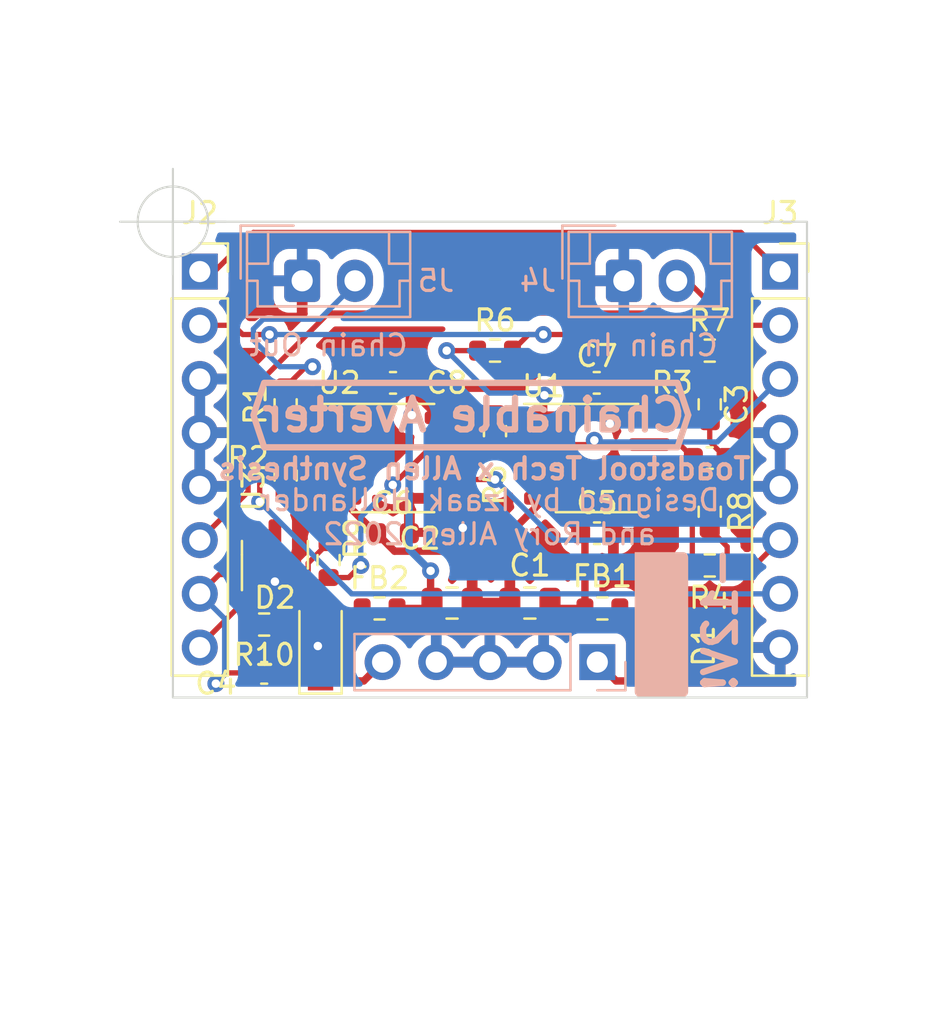
<source format=kicad_pcb>
(kicad_pcb (version 20211014) (generator pcbnew)
  (layers (0 "F.Cu" signal) (31 "B.Cu" signal) (34 "B.Paste" user) (35 "F.Paste" user) (36 "B.SilkS" user "B.Silkscreen") (37 "F.SilkS" user "F.Silkscreen") (38 "B.Mask" user) (39 "F.Mask" user) (44 "Edge.Cuts" user))
  (net 0 "")
  (net 1 "-12V")
  (net 2 "GND")
  (net 3 "+12V")
  (net 4 "Net-(D1-Pad1)")
  (net 5 "Net-(D1-Pad2)")
  (net 6 "Net-(D2-Pad1)")
  (net 7 "Net-(D2-Pad2)")
  (net 8 "Net-(C3-Pad1)")
  (net 9 "Net-(J2-Pad2)")
  (net 10 "Net-(J2-Pad7)")
  (net 11 "Net-(J2-Pad1)")
  (net 12 "Net-(J2-Pad6)")
  (net 13 "Net-(J2-Pad8)")
  (net 14 "Net-(J3-Pad2)")
  (net 15 "Net-(J3-Pad3)")
  (net 16 "Net-(J3-Pad6)")
  (net 17 "Net-(J3-Pad7)")
  (net 18 "Net-(J4-Pad2)")
  (net 19 "Net-(J5-Pad2)")
  (net 20 "Net-(R1-Pad1)")
  (net 21 "Net-(R5-Pad2)")
  (net 22 "Net-(R9-Pad1)")
  (footprint "Resistor_SMD:R_0603_1608Metric" (layer "F.Cu") (at 20.32 18.288 180)
    (fp_text reference "FB1" (at 0 1.524) (layer "F.SilkS"))
    (fp_text value "FerriteBead_Small")
    (fp_line (start -0.237258 0.5225) (end 0.237258 0.5225) (layer "F.SilkS") (width 0.12))
    (fp_line (start -0.237258 -0.5225) (end 0.237258 -0.5225) (layer "F.SilkS") (width 0.12))
    (pad "1" smd roundrect (at -0.825 0 180) (size 0.8 0.95) (layers "F.Cu" "F.Paste" "F.Mask") (net 4 "Net-(D1-Pad1)"))
    (pad "2" smd roundrect (at 0.825 0 180) (size 0.8 0.95) (layers "F.Cu" "F.Paste" "F.Mask") (net 1 "-12V"))
  )
  (footprint "Resistor_SMD:R_0603_1608Metric" (layer "F.Cu") (at 4.318 19.05 180)
    (fp_text reference "R10" (at 0 -1.43) (layer "F.SilkS"))
    (fp_text value "3.3K")
    (fp_line (start -0.237258 -0.5225) (end 0.237258 -0.5225) (layer "F.SilkS") (width 0.12))
    (fp_line (start -0.237258 0.5225) (end 0.237258 0.5225) (layer "F.SilkS") (width 0.12))
    (pad "1" smd roundrect (at -0.825 0 180) (size 0.8 0.95) (layers "F.Cu" "F.Paste" "F.Mask") (net 3 "+12V"))
    (pad "2" smd roundrect (at 0.825 0 180) (size 0.8 0.95) (layers "F.Cu" "F.Paste" "F.Mask") (net 10 "Net-(J2-Pad7)"))
  )
  (footprint "Diode_SMD:D_SOD-123" (layer "F.Cu") (at 6.985 20.066 90)
    (fp_text reference "D2" (at 2.286 -2.159 180) (layer "F.SilkS"))
    (fp_text value "1N5817")
    (fp_line (start -2.25 -1) (end -2.25 1) (layer "F.SilkS") (width 0.12))
    (fp_line (start -2.25 1) (end 1.65 1) (layer "F.SilkS") (width 0.12))
    (fp_line (start -2.25 -1) (end 1.65 -1) (layer "F.SilkS") (width 0.12))
    (pad "1" smd rect (at -1.65 0 90) (size 0.9 1.2) (layers "F.Cu" "F.Paste" "F.Mask") (net 6 "Net-(D2-Pad1)"))
    (pad "2" smd rect (at 1.65 0 90) (size 0.9 1.2) (layers "F.Cu" "F.Paste" "F.Mask") (net 7 "Net-(D2-Pad2)"))
  )
  (footprint "Capacitor_SMD:C_0805_2012Metric" (layer "F.Cu") (at 16.891 18.034 180)
    (fp_text reference "C1" (at 0 1.778) (layer "F.SilkS"))
    (fp_text value "10uF")
    (fp_line (start -0.261252 -0.735) (end 0.261252 -0.735) (layer "F.SilkS") (width 0.12))
    (fp_line (start -0.261252 0.735) (end 0.261252 0.735) (layer "F.SilkS") (width 0.12))
    (pad "1" smd roundrect (at -0.95 0 180) (size 1 1.45) (layers "F.Cu" "F.Paste" "F.Mask") (net 1 "-12V"))
    (pad "2" smd roundrect (at 0.95 0 180) (size 1 1.45) (layers "F.Cu" "F.Paste" "F.Mask") (net 2 "GND"))
  )
  (footprint "Resistor_SMD:R_0603_1608Metric" (layer "F.Cu") (at 5.334 12.001 -90)
    (fp_text reference "R2" (at -0.825 1.778 180) (layer "F.SilkS"))
    (fp_text value "100K")
    (fp_line (start -0.237258 -0.5225) (end 0.237258 -0.5225) (layer "F.SilkS") (width 0.12))
    (fp_line (start -0.237258 0.5225) (end 0.237258 0.5225) (layer "F.SilkS") (width 0.12))
    (pad "1" smd roundrect (at -0.825 0 270) (size 0.8 0.95) (layers "F.Cu" "F.Paste" "F.Mask") (net 17 "Net-(J3-Pad7)"))
    (pad "2" smd roundrect (at 0.825 0 270) (size 0.8 0.95) (layers "F.Cu" "F.Paste" "F.Mask") (net 20 "Net-(R1-Pad1)"))
  )
  (footprint "Capacitor_SMD:C_0603_1608Metric" (layer "F.Cu") (at 4.318 21.336 180)
    (fp_text reference "C4" (at 2.286 -0.508) (layer "F.SilkS"))
    (fp_text value "100n")
    (fp_line (start -0.14058 -0.51) (end 0.14058 -0.51) (layer "F.SilkS") (width 0.12))
    (fp_line (start -0.14058 0.51) (end 0.14058 0.51) (layer "F.SilkS") (width 0.12))
    (pad "1" smd roundrect (at -0.775 0 180) (size 0.9 0.95) (layers "F.Cu" "F.Paste" "F.Mask") (net 2 "GND"))
    (pad "2" smd roundrect (at 0.775 0 180) (size 0.9 0.95) (layers "F.Cu" "F.Paste" "F.Mask") (net 10 "Net-(J2-Pad7)"))
  )
  (footprint "Resistor_SMD:R_0603_1608Metric" (layer "F.Cu") (at 25.4 13.716 -90)
    (fp_text reference "R8" (at 0 -1.43 90) (layer "F.SilkS"))
    (fp_text value "1K")
    (fp_line (start -0.237258 -0.5225) (end 0.237258 -0.5225) (layer "F.SilkS") (width 0.12))
    (fp_line (start -0.237258 0.5225) (end 0.237258 0.5225) (layer "F.SilkS") (width 0.12))
    (pad "1" smd roundrect (at -0.825 0 270) (size 0.8 0.95) (layers "F.Cu" "F.Paste" "F.Mask") (net 8 "Net-(C3-Pad1)"))
    (pad "2" smd roundrect (at 0.825 0 270) (size 0.8 0.95) (layers "F.Cu" "F.Paste" "F.Mask") (net 16 "Net-(J3-Pad6)"))
  )
  (footprint "Resistor_SMD:R_0603_1608Metric" (layer "F.Cu") (at 25.4 6.096)
    (fp_text reference "R7" (at 0 -1.43) (layer "F.SilkS"))
    (fp_text value "100K")
    (fp_line (start -0.237258 -0.5225) (end 0.237258 -0.5225) (layer "F.SilkS") (width 0.12))
    (fp_line (start -0.237258 0.5225) (end 0.237258 0.5225) (layer "F.SilkS") (width 0.12))
    (pad "1" smd roundrect (at -0.825 0) (size 0.8 0.95) (layers "F.Cu" "F.Paste" "F.Mask") (net 12 "Net-(J2-Pad6)"))
    (pad "2" smd roundrect (at 0.825 0) (size 0.8 0.95) (layers "F.Cu" "F.Paste" "F.Mask") (net 14 "Net-(J3-Pad2)"))
  )
  (footprint "Package_TO_SOT_SMD:SOT-23" (layer "F.Cu") (at 4.826 15.748 90)
    (fp_text reference "U3" (at 3.048 -1.016 90) (layer "F.SilkS"))
    (fp_text value "LM4040DBZ-5")
    (fp_line (start 0 1.56) (end 0.65 1.56) (layer "F.SilkS") (width 0.12))
    (fp_line (start 0 -1.56) (end 0.65 -1.56) (layer "F.SilkS") (width 0.12))
    (fp_line (start 0 -1.56) (end -1.675 -1.56) (layer "F.SilkS") (width 0.12))
    (fp_line (start 0 1.56) (end -0.65 1.56) (layer "F.SilkS") (width 0.12))
    (pad "1" smd roundrect (at -0.9375 -0.95 90) (size 1.475 0.6) (layers "F.Cu" "F.Paste" "F.Mask") (net 10 "Net-(J2-Pad7)"))
    (pad "2" smd roundrect (at -0.9375 0.95 90) (size 1.475 0.6) (layers "F.Cu" "F.Paste" "F.Mask") (net 2 "GND"))
    (pad "3" smd roundrect (at 0.9375 0 90) (size 1.475 0.6) (layers "F.Cu" "F.Paste" "F.Mask"))
  )
  (footprint "Capacitor_SMD:C_0603_1608Metric" (layer "F.Cu") (at 25.4 11.176)
    (fp_text reference "C3" (at 1.27 -2.54 90) (layer "F.SilkS"))
    (fp_text value "22p")
    (fp_line (start -0.14058 0.51) (end 0.14058 0.51) (layer "F.SilkS") (width 0.12))
    (fp_line (start -0.14058 -0.51) (end 0.14058 -0.51) (layer "F.SilkS") (width 0.12))
    (pad "1" smd roundrect (at -0.775 0) (size 0.9 0.95) (layers "F.Cu" "F.Paste" "F.Mask") (net 8 "Net-(C3-Pad1)"))
    (pad "2" smd roundrect (at 0.775 0) (size 0.9 0.95) (layers "F.Cu" "F.Paste" "F.Mask") (net 9 "Net-(J2-Pad2)"))
  )
  (footprint "Package_SO:SOIC-8_3.9x4.9mm_P1.27mm" (layer "F.Cu") (at 10.414 11.176)
    (fp_text reference "U2" (at -2.54 -3.556) (layer "F.SilkS"))
    (fp_text value "TL072")
    (fp_line (start 0 -2.56) (end -3.45 -2.56) (layer "F.SilkS") (width 0.12))
    (fp_line (start 0 2.56) (end -1.95 2.56) (layer "F.SilkS") (width 0.12))
    (fp_line (start 0 -2.56) (end 1.95 -2.56) (layer "F.SilkS") (width 0.12))
    (fp_line (start 0 2.56) (end 1.95 2.56) (layer "F.SilkS") (width 0.12))
    (pad "1" smd roundrect (at -2.475 -1.905) (size 1.95 0.6) (layers "F.Cu" "F.Paste" "F.Mask") (net 19 "Net-(J5-Pad2)"))
    (pad "2" smd roundrect (at -2.475 -0.635) (size 1.95 0.6) (layers "F.Cu" "F.Paste" "F.Mask") (net 20 "Net-(R1-Pad1)"))
    (pad "3" smd roundrect (at -2.475 0.635) (size 1.95 0.6) (layers "F.Cu" "F.Paste" "F.Mask") (net 2 "GND"))
    (pad "4" smd roundrect (at -2.475 1.905) (size 1.95 0.6) (layers "F.Cu" "F.Paste" "F.Mask") (net 1 "-12V"))
    (pad "5" smd roundrect (at 2.475 1.905) (size 1.95 0.6) (layers "F.Cu" "F.Paste" "F.Mask") (net 2 "GND"))
    (pad "6" smd roundrect (at 2.475 0.635) (size 1.95 0.6) (layers "F.Cu" "F.Paste" "F.Mask") (net 16 "Net-(J3-Pad6)"))
    (pad "7" smd roundrect (at 2.475 -0.635) (size 1.95 0.6) (layers "F.Cu" "F.Paste" "F.Mask") (net 22 "Net-(R9-Pad1)"))
    (pad "8" smd roundrect (at 2.475 -1.905) (size 1.95 0.6) (layers "F.Cu" "F.Paste" "F.Mask") (net 3 "+12V"))
  )
  (footprint "Resistor_SMD:R_0603_1608Metric" (layer "F.Cu") (at 9.779 18.288)
    (fp_text reference "FB2" (at 0 -1.43) (layer "F.SilkS"))
    (fp_text value "FerriteBead_Small")
    (fp_line (start -0.237258 0.5225) (end 0.237258 0.5225) (layer "F.SilkS") (width 0.12))
    (fp_line (start -0.237258 -0.5225) (end 0.237258 -0.5225) (layer "F.SilkS") (width 0.12))
    (pad "1" smd roundrect (at -0.825 0) (size 0.8 0.95) (layers "F.Cu" "F.Paste" "F.Mask") (net 7 "Net-(D2-Pad2)"))
    (pad "2" smd roundrect (at 0.825 0) (size 0.8 0.95) (layers "F.Cu" "F.Paste" "F.Mask") (net 3 "+12V"))
  )
  (footprint "Diode_SMD:D_SOD-123" (layer "F.Cu") (at 23.114 20.066 -90)
    (fp_text reference "D1" (at 0 -2 90) (layer "F.SilkS"))
    (fp_text value "1N5817")
    (fp_line (start -2.25 -1) (end 1.65 -1) (layer "F.SilkS") (width 0.12))
    (fp_line (start -2.25 1) (end 1.65 1) (layer "F.SilkS") (width 0.12))
    (fp_line (start -2.25 -1) (end -2.25 1) (layer "F.SilkS") (width 0.12))
    (pad "1" smd rect (at -1.65 0 270) (size 0.9 1.2) (layers "F.Cu" "F.Paste" "F.Mask") (net 4 "Net-(D1-Pad1)"))
    (pad "2" smd rect (at 1.65 0 270) (size 0.9 1.2) (layers "F.Cu" "F.Paste" "F.Mask") (net 5 "Net-(D1-Pad2)"))
  )
  (footprint "Capacitor_SMD:C_0805_2012Metric" (layer "F.Cu") (at 13.208 18.034 180)
    (fp_text reference "C2" (at 1.524 3.048) (layer "F.SilkS"))
    (fp_text value "10uF")
    (fp_line (start -0.261252 0.735) (end 0.261252 0.735) (layer "F.SilkS") (width 0.12))
    (fp_line (start -0.261252 -0.735) (end 0.261252 -0.735) (layer "F.SilkS") (width 0.12))
    (pad "1" smd roundrect (at -0.95 0 180) (size 1 1.45) (layers "F.Cu" "F.Paste" "F.Mask") (net 2 "GND"))
    (pad "2" smd roundrect (at 0.95 0 180) (size 1 1.45) (layers "F.Cu" "F.Paste" "F.Mask") (net 3 "+12V"))
  )
  (footprint "Resistor_SMD:R_0603_1608Metric" (layer "F.Cu") (at 5.334 8.636 90)
    (fp_text reference "R1" (at 0 -1.43 90) (layer "F.SilkS"))
    (fp_text value "100K")
    (fp_line (start -0.237258 0.5225) (end 0.237258 0.5225) (layer "F.SilkS") (width 0.12))
    (fp_line (start -0.237258 -0.5225) (end 0.237258 -0.5225) (layer "F.SilkS") (width 0.12))
    (pad "1" smd roundrect (at -0.825 0 90) (size 0.8 0.95) (layers "F.Cu" "F.Paste" "F.Mask") (net 20 "Net-(R1-Pad1)"))
    (pad "2" smd roundrect (at 0.825 0 90) (size 0.8 0.95) (layers "F.Cu" "F.Paste" "F.Mask") (net 19 "Net-(J5-Pad2)"))
  )
  (footprint "Resistor_SMD:R_0603_1608Metric" (layer "F.Cu") (at 15.24 9.906 90)
    (fp_text reference "R5" (at -2.54 0 90) (layer "F.SilkS"))
    (fp_text value "100K")
    (fp_line (start -0.237258 -0.5225) (end 0.237258 -0.5225) (layer "F.SilkS") (width 0.12))
    (fp_line (start -0.237258 0.5225) (end 0.237258 0.5225) (layer "F.SilkS") (width 0.12))
    (pad "1" smd roundrect (at -0.825 0 90) (size 0.8 0.95) (layers "F.Cu" "F.Paste" "F.Mask") (net 15 "Net-(J3-Pad3)"))
    (pad "2" smd roundrect (at 0.825 0 90) (size 0.8 0.95) (layers "F.Cu" "F.Paste" "F.Mask") (net 21 "Net-(R5-Pad2)"))
  )
  (footprint "Resistor_SMD:R_0603_1608Metric" (layer "F.Cu") (at 25.4 8.636 -90)
    (fp_text reference "R3" (at -1.016 1.778 180) (layer "F.SilkS"))
    (fp_text value "100K")
    (fp_line (start -0.237258 -0.5225) (end 0.237258 -0.5225) (layer "F.SilkS") (width 0.12))
    (fp_line (start -0.237258 0.5225) (end 0.237258 0.5225) (layer "F.SilkS") (width 0.12))
    (pad "1" smd roundrect (at -0.825 0 270) (size 0.8 0.95) (layers "F.Cu" "F.Paste" "F.Mask") (net 18 "Net-(J4-Pad2)"))
    (pad "2" smd roundrect (at 0.825 0 270) (size 0.8 0.95) (layers "F.Cu" "F.Paste" "F.Mask") (net 9 "Net-(J2-Pad2)"))
  )
  (footprint "Capacitor_SMD:C_0603_1608Metric" (layer "F.Cu") (at 10.414 7.62 180)
    (fp_text reference "C8" (at -2.54 0) (layer "F.SilkS"))
    (fp_text value "100n")
    (fp_line (start -0.14058 0.51) (end 0.14058 0.51) (layer "F.SilkS") (width 0.12))
    (fp_line (start -0.14058 -0.51) (end 0.14058 -0.51) (layer "F.SilkS") (width 0.12))
    (pad "1" smd roundrect (at -0.775 0 180) (size 0.9 0.95) (layers "F.Cu" "F.Paste" "F.Mask") (net 3 "+12V"))
    (pad "2" smd roundrect (at 0.775 0 180) (size 0.9 0.95) (layers "F.Cu" "F.Paste" "F.Mask") (net 2 "GND"))
  )
  (footprint "Resistor_SMD:R_0603_1608Metric" (layer "F.Cu") (at 15.24 6.096)
    (fp_text reference "R6" (at 0 -1.43) (layer "F.SilkS"))
    (fp_text value "100K")
    (fp_line (start -0.237258 -0.5225) (end 0.237258 -0.5225) (layer "F.SilkS") (width 0.12))
    (fp_line (start -0.237258 0.5225) (end 0.237258 0.5225) (layer "F.SilkS") (width 0.12))
    (pad "1" smd roundrect (at -0.825 0) (size 0.8 0.95) (layers "F.Cu" "F.Paste" "F.Mask") (net 21 "Net-(R5-Pad2)"))
    (pad "2" smd roundrect (at 0.825 0) (size 0.8 0.95) (layers "F.Cu" "F.Paste" "F.Mask") (net 9 "Net-(J2-Pad2)"))
  )
  (footprint "Connector_PinSocket_2.54mm:PinSocket_1x08_P2.54mm_Vertical" (layer "F.Cu") (at 28.73 2.3578)
    (fp_text reference "J3" (at 0 -2.77) (layer "F.SilkS"))
    (fp_text value "Conn_01x08_Female")
    (fp_line (start 1.33 -1.33) (end 1.33 0) (layer "F.SilkS") (width 0.12))
    (fp_line (start -1.33 19.11) (end 1.33 19.11) (layer "F.SilkS") (width 0.12))
    (fp_line (start 1.33 1.27) (end 1.33 19.11) (layer "F.SilkS") (width 0.12))
    (fp_line (start 0 -1.33) (end 1.33 -1.33) (layer "F.SilkS") (width 0.12))
    (fp_line (start -1.33 1.27) (end -1.33 19.11) (layer "F.SilkS") (width 0.12))
    (fp_line (start -1.33 1.27) (end 1.33 1.27) (layer "F.SilkS") (width 0.12))
    (pad "1" thru_hole rect (at 0 0) (size 1.7 1.7) (drill 1) (layers *.Cu *.Mask) (net 11 "Net-(J2-Pad1)"))
    (pad "2" thru_hole oval (at 0 2.54) (size 1.7 1.7) (drill 1) (layers *.Cu *.Mask) (net 14 "Net-(J3-Pad2)"))
    (pad "3" thru_hole oval (at 0 5.08) (size 1.7 1.7) (drill 1) (layers *.Cu *.Mask) (net 15 "Net-(J3-Pad3)"))
    (pad "4" thru_hole oval (at 0 7.62) (size 1.7 1.7) (drill 1) (layers *.Cu *.Mask) (net 2 "GND"))
    (pad "5" thru_hole oval (at 0 10.16) (size 1.7 1.7) (drill 1) (layers *.Cu *.Mask) (net 2 "GND"))
    (pad "6" thru_hole oval (at 0 12.7) (size 1.7 1.7) (drill 1) (layers *.Cu *.Mask) (net 16 "Net-(J3-Pad6)"))
    (pad "7" thru_hole oval (at 0 15.24) (size 1.7 1.7) (drill 1) (layers *.Cu *.Mask) (net 17 "Net-(J3-Pad7)"))
    (pad "8" thru_hole oval (at 0 17.78) (size 1.7 1.7) (drill 1) (layers *.Cu *.Mask) (net 2 "GND"))
  )
  (footprint "Resistor_SMD:R_0603_1608Metric" (layer "F.Cu") (at 7.366 16.002 90)
    (fp_text reference "R9" (at 1.016 1.27 90) (layer "F.SilkS"))
    (fp_text value "2k")
    (fp_line (start -0.237258 0.5225) (end 0.237258 0.5225) (layer "F.SilkS") (width 0.12))
    (fp_line (start -0.237258 -0.5225) (end 0.237258 -0.5225) (layer "F.SilkS") (width 0.12))
    (pad "1" smd roundrect (at -0.825 0 90) (size 0.8 0.95) (layers "F.Cu" "F.Paste" "F.Mask") (net 22 "Net-(R9-Pad1)"))
    (pad "2" smd roundrect (at 0.825 0 90) (size 0.8 0.95) (layers "F.Cu" "F.Paste" "F.Mask") (net 13 "Net-(J2-Pad8)"))
  )
  (footprint "Capacitor_SMD:C_0603_1608Metric" (layer "F.Cu") (at 10.414 14.732)
    (fp_text reference "C6" (at 0 -1.43) (layer "F.SilkS"))
    (fp_text value "100n")
    (fp_line (start -0.14058 0.51) (end 0.14058 0.51) (layer "F.SilkS") (width 0.12))
    (fp_line (start -0.14058 -0.51) (end 0.14058 -0.51) (layer "F.SilkS") (width 0.12))
    (pad "1" smd roundrect (at -0.775 0) (size 0.9 0.95) (layers "F.Cu" "F.Paste" "F.Mask") (net 1 "-12V"))
    (pad "2" smd roundrect (at 0.775 0) (size 0.9 0.95) (layers "F.Cu" "F.Paste" "F.Mask") (net 2 "GND"))
  )
  (footprint "Package_SO:SOIC-8_3.9x4.9mm_P1.27mm" (layer "F.Cu") (at 20.066 11.176)
    (fp_text reference "U1" (at -2.54 -3.4) (layer "F.SilkS"))
    (fp_text value "TL072")
    (fp_line (start 0 2.56) (end -1.95 2.56) (layer "F.SilkS") (width 0.12))
    (fp_line (start 0 2.56) (end 1.95 2.56) (layer "F.SilkS") (width 0.12))
    (fp_line (start 0 -2.56) (end -3.45 -2.56) (layer "F.SilkS") (width 0.12))
    (fp_line (start 0 -2.56) (end 1.95 -2.56) (layer "F.SilkS") (width 0.12))
    (pad "1" smd roundrect (at -2.475 -1.905) (size 1.95 0.6) (layers "F.Cu" "F.Paste" "F.Mask") (net 21 "Net-(R5-Pad2)"))
    (pad "2" smd roundrect (at -2.475 -0.635) (size 1.95 0.6) (layers "F.Cu" "F.Paste" "F.Mask") (net 15 "Net-(J3-Pad3)"))
    (pad "3" smd roundrect (at -2.475 0.635) (size 1.95 0.6) (layers "F.Cu" "F.Paste" "F.Mask") (net 2 "GND"))
    (pad "4" smd roundrect (at -2.475 1.905) (size 1.95 0.6) (layers "F.Cu" "F.Paste" "F.Mask") (net 1 "-12V"))
    (pad "5" smd roundrect (at 2.475 1.905) (size 1.95 0.6) (layers "F.Cu" "F.Paste" "F.Mask") (net 2 "GND"))
    (pad "6" smd roundrect (at 2.475 0.635) (size 1.95 0.6) (layers "F.Cu" "F.Paste" "F.Mask") (net 9 "Net-(J2-Pad2)"))
    (pad "7" smd roundrect (at 2.475 -0.635) (size 1.95 0.6) (layers "F.Cu" "F.Paste" "F.Mask") (net 8 "Net-(C3-Pad1)"))
    (pad "8" smd roundrect (at 2.475 -1.905) (size 1.95 0.6) (layers "F.Cu" "F.Paste" "F.Mask") (net 3 "+12V"))
  )
  (footprint "Capacitor_SMD:C_0603_1608Metric" (layer "F.Cu") (at 20.053 7.62 180)
    (fp_text reference "C7" (at -0.013 1.27) (layer "F.SilkS"))
    (fp_text value "100n")
    (fp_line (start -0.14058 -0.51) (end 0.14058 -0.51) (layer "F.SilkS") (width 0.12))
    (fp_line (start -0.14058 0.51) (end 0.14058 0.51) (layer "F.SilkS") (width 0.12))
    (pad "1" smd roundrect (at -0.775 0 180) (size 0.9 0.95) (layers "F.Cu" "F.Paste" "F.Mask") (net 3 "+12V"))
    (pad "2" smd roundrect (at 0.775 0 180) (size 0.9 0.95) (layers "F.Cu" "F.Paste" "F.Mask") (net 2 "GND"))
  )
  (footprint "Resistor_SMD:R_0603_1608Metric" (layer "F.Cu") (at 25.4 16.256)
    (fp_text reference "R4" (at 0 1.524) (layer "F.SilkS"))
    (fp_text value "100K")
    (fp_line (start -0.237258 -0.5225) (end 0.237258 -0.5225) (layer "F.SilkS") (width 0.12))
    (fp_line (start -0.237258 0.5225) (end 0.237258 0.5225) (layer "F.SilkS") (width 0.12))
    (pad "1" smd roundrect (at -0.825 0) (size 0.8 0.95) (layers "F.Cu" "F.Paste" "F.Mask") (net 9 "Net-(J2-Pad2)"))
    (pad "2" smd roundrect (at 0.825 0) (size 0.8 0.95) (layers "F.Cu" "F.Paste" "F.Mask") (net 16 "Net-(J3-Pad6)"))
  )
  (footprint "Connector_PinSocket_2.54mm:PinSocket_1x08_P2.54mm_Vertical" (layer "F.Cu") (at 1.2726 2.3578)
    (fp_text reference "J2" (at 0 -2.77) (layer "F.SilkS"))
    (fp_text value "Conn_01x08_Female")
    (fp_line (start 1.33 -1.33) (end 1.33 0) (layer "F.SilkS") (width 0.12))
    (fp_line (start -1.33 1.27) (end -1.33 19.11) (layer "F.SilkS") (width 0.12))
    (fp_line (start -1.33 19.11) (end 1.33 19.11) (layer "F.SilkS") (width 0.12))
    (fp_line (start 0 -1.33) (end 1.33 -1.33) (layer "F.SilkS") (width 0.12))
    (fp_line (start 1.33 1.27) (end 1.33 19.11) (layer "F.SilkS") (width 0.12))
    (fp_line (start -1.33 1.27) (end 1.33 1.27) (layer "F.SilkS") (width 0.12))
    (pad "1" thru_hole rect (at 0 0) (size 1.7 1.7) (drill 1) (layers *.Cu *.Mask) (net 11 "Net-(J2-Pad1)"))
    (pad "2" thru_hole oval (at 0 2.54) (size 1.7 1.7) (drill 1) (layers *.Cu *.Mask) (net 9 "Net-(J2-Pad2)"))
    (pad "3" thru_hole oval (at 0 5.08) (size 1.7 1.7) (drill 1) (layers *.Cu *.Mask) (net 2 "GND"))
    (pad "4" thru_hole oval (at 0 7.62) (size 1.7 1.7) (drill 1) (layers *.Cu *.Mask) (net 2 "GND"))
    (pad "5" thru_hole oval (at 0 10.16) (size 1.7 1.7) (drill 1) (layers *.Cu *.Mask) (net 2 "GND"))
    (pad "6" thru_hole oval (at 0 12.7) (size 1.7 1.7) (drill 1) (layers *.Cu *.Mask) (net 12 "Net-(J2-Pad6)"))
    (pad "7" thru_hole oval (at 0 15.24) (size 1.7 1.7) (drill 1) (layers *.Cu *.Mask) (net 10 "Net-(J2-Pad7)"))
    (pad "8" thru_hole oval (at 0 17.78) (size 1.7 1.7) (drill 1) (layers *.Cu *.Mask) (net 13 "Net-(J2-Pad8)"))
  )
  (footprint "Capacitor_SMD:C_0603_1608Metric" (layer "F.Cu") (at 20.066 14.732)
    (fp_text reference "C5" (at 0 -1.43) (layer "F.SilkS"))
    (fp_text value "100n")
    (fp_line (start -0.14058 -0.51) (end 0.14058 -0.51) (layer "F.SilkS") (width 0.12))
    (fp_line (start -0.14058 0.51) (end 0.14058 0.51) (layer "F.SilkS") (width 0.12))
    (pad "1" smd roundrect (at -0.775 0) (size 0.9 0.95) (layers "F.Cu" "F.Paste" "F.Mask") (net 1 "-12V"))
    (pad "2" smd roundrect (at 0.775 0) (size 0.9 0.95) (layers "F.Cu" "F.Paste" "F.Mask") (net 2 "GND"))
  )
  (footprint "Connector_PinHeader_2.54mm:PinHeader_1x05_P2.54mm_Vertical" (layer "B.Cu") (at 20.08 20.828 90)
    (fp_text reference "J1")
    (fp_text value "Conn_01x05_Male")
    (fp_line (start 1.33 -1.27) (end 1.33 -11.49) (layer "B.SilkS") (width 0.12))
    (fp_line (start -1.33 -1.27) (end -1.33 -11.49) (layer "B.SilkS") (width 0.12))
    (fp_line (start -1.33 1.33) (end 0 1.33) (layer "B.SilkS") (width 0.12))
    (fp_line (start -1.33 -1.27) (end 1.33 -1.27) (layer "B.SilkS") (width 0.12))
    (fp_line (start -1.33 -11.49) (end 1.33 -11.49) (layer "B.SilkS") (width 0.12))
    (fp_line (start -1.33 0) (end -1.33 1.33) (layer "B.SilkS") (width 0.12))
    (pad "1" thru_hole rect (at 0 0 90) (size 1.7 1.7) (drill 1) (layers *.Cu *.Mask) (net 5 "Net-(D1-Pad2)"))
    (pad "2" thru_hole oval (at 0 -2.54 90) (size 1.7 1.7) (drill 1) (layers *.Cu *.Mask) (net 2 "GND"))
    (pad "3" thru_hole oval (at 0 -5.08 90) (size 1.7 1.7) (drill 1) (layers *.Cu *.Mask) (net 2 "GND"))
    (pad "4" thru_hole oval (at 0 -7.62 90) (size 1.7 1.7) (drill 1) (layers *.Cu *.Mask) (net 2 "GND"))
    (pad "5" thru_hole oval (at 0 -10.16 90) (size 1.7 1.7) (drill 1) (layers *.Cu *.Mask) (net 6 "Net-(D2-Pad1)"))
  )
  (footprint "Connector_JST:JST_EH_B2B-EH-A_1x02_P2.50mm_Vertical" (layer "B.Cu") (at 6.116 2.794)
    (fp_text reference "J5" (at 6.33 0) (layer "B.SilkS") (effects (justify mirror)))
    (fp_text value "Conn_01x02_Male")
    (fp_line (start -1.61 -0.81) (end -1.61 -2.31) (layer "B.SilkS") (width 0.12))
    (fp_line (start -2.61 -2.31) (end 5.11 -2.31) (layer "B.SilkS") (width 0.12))
    (fp_line (start -2.91 -2.61) (end -0.41 -2.61) (layer "B.SilkS") (width 0.12))
    (fp_line (start -2.61 1.71) (end -2.61 -2.31) (layer "B.SilkS") (width 0.12))
    (fp_line (start -2.91 -0.11) (end -2.91 -2.61) (layer "B.SilkS") (width 0.12))
    (fp_line (start -2.61 0) (end -2.11 0) (layer "B.SilkS") (width 0.12))
    (fp_line (start 4.11 -0.81) (end 4.11 -2.31) (layer "B.SilkS") (width 0.12))
    (fp_line (start 4.61 0) (end 5.11 0) (layer "B.SilkS") (width 0.12))
    (fp_line (start 5.11 -0.81) (end 4.11 -0.81) (layer "B.SilkS") (width 0.12))
    (fp_line (start 4.61 1.21) (end 4.61 0) (layer "B.SilkS") (width 0.12))
    (fp_line (start 5.11 -2.31) (end 5.11 1.71) (layer "B.SilkS") (width 0.12))
    (fp_line (start -2.61 -0.81) (end -1.61 -0.81) (layer "B.SilkS") (width 0.12))
    (fp_line (start 5.11 1.71) (end -2.61 1.71) (layer "B.SilkS") (width 0.12))
    (fp_line (start -2.11 1.21) (end 4.61 1.21) (layer "B.SilkS") (width 0.12))
    (fp_line (start -2.11 0) (end -2.11 1.21) (layer "B.SilkS") (width 0.12))
    (pad "1" thru_hole roundrect (at 0 0) (size 1.7 2) (drill 1) (layers *.Cu *.Mask) (roundrect_rratio 0.147059) (net 2 "GND"))
    (pad "2" thru_hole oval (at 2.5 0) (size 1.7 2) (drill 1) (layers *.Cu *.Mask) (net 19 "Net-(J5-Pad2)"))
  )
  (footprint "Connector_JST:JST_EH_B2B-EH-A_1x02_P2.50mm_Vertical" (layer "B.Cu") (at 21.336 2.794)
    (fp_text reference "J4" (at -4.064 0) (layer "B.SilkS") (effects (justify mirror)))
    (fp_text value "Conn_01x02_Female")
    (fp_line (start 4.61 1.21) (end 4.61 0) (layer "B.SilkS") (width 0.12))
    (fp_line (start -2.91 -0.11) (end -2.91 -2.61) (layer "B.SilkS") (width 0.12))
    (fp_line (start -2.61 1.71) (end -2.61 -2.31) (layer "B.SilkS") (width 0.12))
    (fp_line (start 5.11 -2.31) (end 5.11 1.71) (layer "B.SilkS") (width 0.12))
    (fp_line (start -2.11 0) (end -2.11 1.21) (layer "B.SilkS") (width 0.12))
    (fp_line (start 5.11 1.71) (end -2.61 1.71) (layer "B.SilkS") (width 0.12))
    (fp_line (start 4.61 0) (end 5.11 0) (layer "B.SilkS") (width 0.12))
    (fp_line (start -1.61 -0.81) (end -1.61 -2.31) (layer "B.SilkS") (width 0.12))
    (fp_line (start 5.11 -0.81) (end 4.11 -0.81) (layer "B.SilkS") (width 0.12))
    (fp_line (start -2.91 -2.61) (end -0.41 -2.61) (layer "B.SilkS") (width 0.12))
    (fp_line (start -2.61 -0.81) (end -1.61 -0.81) (layer "B.SilkS") (width 0.12))
    (fp_line (start -2.61 -2.31) (end 5.11 -2.31) (layer "B.SilkS") (width 0.12))
    (fp_line (start 4.11 -0.81) (end 4.11 -2.31) (layer "B.SilkS") (width 0.12))
    (fp_line (start -2.11 1.21) (end 4.61 1.21) (layer "B.SilkS") (width 0.12))
    (fp_line (start -2.61 0) (end -2.11 0) (layer "B.SilkS") (width 0.12))
    (pad "1" thru_hole roundrect (at 0 0) (size 1.7 2) (drill 1) (layers *.Cu *.Mask) (roundrect_rratio 0.147059) (net 2 "GND"))
    (pad "2" thru_hole oval (at 2.5 0) (size 1.7 2) (drill 1) (layers *.Cu *.Mask) (net 18 "Net-(J4-Pad2)"))
  )
  (gr_poly (pts (xy 24.384 9.144) (xy 23.876 10.668) (xy 4.318 10.668) (xy 3.81 9.144) (xy 4.318 7.62) (xy 23.876 7.62)) (layer "B.SilkS") (width 0.3) (fill none))
  (gr_rect (start 22.098 22.225) (end 24.13 15.875) (layer "B.SilkS") (width 0.5) (fill none))
  (gr_rect (start 0 0) (end 30 22.5) (layer "Edge.Cuts") (width 0.1) (fill none))
  (gr_text "Thanks\nEmilie <3" (at 14.986 2.286) (layer "F.Cu") (effects (font (size 1 1))))
  (gr_text "Chainable Averter" (at 14.224 9.144) (layer "B.SilkS") (effects (font (size 1.5 1.5) (thickness 0.3)) (justify mirror)))
  (gr_text "-12V!" (at 25.908 18.796 90) (layer "B.SilkS") (effects (font (size 1.5 1.5) (thickness 0.3)) (justify mirror)))
  (gr_text "Designed by Izaak Hollander\nand Rory Allen 2022" (at 14.986 13.97) (layer "B.SilkS") (effects (font (size 1 1)) (justify mirror)))
  (gr_text "Chain In" (at 22.606 5.842) (layer "B.SilkS") (effects (font (size 1 1)) (justify mirror)))
  (gr_text "Chain Out" (at 7.366 5.842) (layer "B.SilkS") (effects (font (size 1 1)) (justify mirror)))
  (gr_text "Toadstool Tech x Allen Synthesis" (at 14.732 11.684) (layer "B.SilkS") (effects (font (size 1 1) (thickness 0.2)) (justify mirror)))
  (target plus (at 0 0) (size 5) (width 0.1) (layer "Edge.Cuts"))
  (segment (start 9.59 14.732) (end 7.939 13.081) (width 0.35) (layer "F.Cu") (net 1))
  (segment (start 19.495 14.936) (end 19.291 14.732) (width 0.35) (layer "F.Cu") (net 1))
  (segment (start 17.591 13.081) (end 17.64 13.081) (width 0.35) (layer "F.Cu") (net 1))
  (segment (start 15.09048 15.58152) (end 17.591 13.081) (width 0.35) (layer "F.Cu") (net 1))
  (segment (start 9.639 14.732) (end 10.48852 15.58152) (width 0.35) (layer "F.Cu") (net 1))
  (segment (start 10.48852 15.58152) (end 15.09048 15.58152) (width 0.35) (layer "F.Cu") (net 1))
  (segment (start 17.64 13.081) (end 19.291 14.732) (width 0.35) (layer "F.Cu") (net 1))
  (segment (start 19.495 18.288) (end 19.495 14.936) (width 0.35) (layer "F.Cu") (net 1))
  (segment (start 19.495 18.288) (end 18.095 18.288) (width 0.35) (layer "F.Cu") (net 1))
  (segment (start 9.639 14.732) (end 9.59 14.732) (width 0.35) (layer "F.Cu") (net 1))
  (segment (start 18.095 18.288) (end 17.841 18.034) (width 0.35) (layer "F.Cu") (net 1))
  (segment (start 20.6756 9.5504) (end 20.6756 9.0176) (width 0.35) (layer "F.Cu") (net 2))
  (segment (start 5.588 21.336) (end 6.858 20.066) (width 0.35) (layer "F.Cu") (net 2))
  (segment (start 15 20.828) (end 15 18.147) (width 0.35) (layer "F.Cu") (net 2))
  (segment (start 15 18.147) (end 15.113 18.034) (width 0.35) (layer "F.Cu") (net 2))
  (segment (start 7.939 11.811) (end 7.492217 11.811) (width 0.35) (layer "F.Cu") (net 2))
  (segment (start 7.492217 11.811) (end 6.18352 13.119697) (width 0.35) (layer "F.Cu") (net 2))
  (segment (start 6.18352 13.119697) (end 6.18352 15.653052) (width 0.35) (layer "F.Cu") (net 2))
  (segment (start 12.46 20.828) (end 17.54 20.828) (width 0.35) (layer "F.Cu") (net 2))
  (segment (start 20.6756 9.0176) (end 19.278 7.62) (width 0.35) (layer "F.Cu") (net 2))
  (segment (start 6.18352 15.653052) (end 5.776 16.060572) (width 0.35) (layer "F.Cu") (net 2))
  (segment (start 11.189 14.732) (end 13.462 14.732) (width 0.35) (layer "F.Cu") (net 2))
  (segment (start 5.776 16.6855) (end 5.1585 16.6855) (width 0.35) (layer "F.Cu") (net 2))
  (segment (start 5.1585 16.6855) (end 4.826 17.018) (width 0.35) (layer "F.Cu") (net 2))
  (segment (start 14.158 18.034) (end 15.113 18.034) (width 0.35) (layer "F.Cu") (net 2))
  (segment (start 5.776 16.060572) (end 5.776 16.6855) (width 0.35) (layer "F.Cu") (net 2))
  (segment (start 13.462 14.732) (end 13.716 14.478) (width 0.35) (layer "F.Cu") (net 2))
  (segment (start 15.113 18.034) (end 15.941 18.034) (width 0.35) (layer "F.Cu") (net 2))
  (segment (start 5.093 21.336) (end 5.588 21.336) (width 0.35) (layer "F.Cu") (net 2))
  (via (at 6.858 20.066) (size 0.8) (drill 0.4) (layers "F.Cu" "B.Cu") (net 2))
  (via (at 20.6756 9.5504) (size 0.8) (drill 0.4) (layers "F.Cu" "B.Cu") (net 2))
  (via (at 4.826 17.018) (size 0.8) (drill 0.4) (layers "F.Cu" "B.Cu") (net 2))
  (via (at 13.716 14.478) (size 0.8) (drill 0.4) (layers "F.Cu" "B.Cu") (net 2))
  (segment (start 6.858 19.05) (end 6.858 20.066) (width 0.35) (layer "B.Cu") (net 2))
  (segment (start 4.826 17.018) (end 6.858 19.05) (width 0.35) (layer "B.Cu") (net 2))
  (segment (start 11.189 7.874) (end 11.189 9.131) (width 0.35) (layer "F.Cu") (net 3))
  (segment (start 10.604 18.288) (end 9.651489 19.240511) (width 0.35) (layer "F.Cu") (net 3))
  (segment (start 12.004 18.288) (end 12.258 18.034) (width 0.35) (layer "F.Cu") (net 3))
  (segment (start 9.651489 19.240511) (end 5.333511 19.240511) (width 0.35) (layer "F.Cu") (net 3))
  (segment (start 12.192 17.968) (end 12.258 18.034) (width 0.35) (layer "F.Cu") (net 3))
  (segment (start 19.97848 6.77048) (end 17.61352 6.77048) (width 0.35) (layer "F.Cu") (net 3))
  (segment (start 12.889 9.271) (end 12.586 9.271) (width 0.35) (layer "F.Cu") (net 3))
  (segment (start 11.189 9.131) (end 11.176 9.144) (width 0.35) (layer "F.Cu") (net 3))
  (segment (start 12.586 9.271) (end 11.189 7.874) (width 0.35) (layer "F.Cu") (net 3))
  (segment (start 16.51 7.874) (end 11.189 7.874) (width 0.35) (layer "F.Cu") (net 3))
  (segment (start 12.192 16.51) (end 12.192 17.968) (width 0.35) (layer "F.Cu") (net 3))
  (segment (start 5.333511 19.240511) (end 5.143 19.05) (width 0.35) (layer "F.Cu") (net 3))
  (segment (start 22.251 9.271) (end 20.854 7.874) (width 0.35) (layer "F.Cu") (net 3))
  (segment (start 10.604 18.288) (end 12.004 18.288) (width 0.35) (layer "F.Cu") (net 3))
  (segment (start 22.541 9.271) (end 22.251 9.271) (width 0.35) (layer "F.Cu") (net 3))
  (segment (start 17.61352 6.77048) (end 16.51 7.874) (width 0.35) (layer "F.Cu") (net 3))
  (segment (start 20.828 7.62) (end 19.97848 6.77048) (width 0.35) (layer "F.Cu") (net 3))
  (via (at 12.192 16.51) (size 0.8) (drill 0.4) (layers "F.Cu" "B.Cu") (net 3))
  (via (at 11.303 9.144) (size 0.8) (drill 0.4) (layers "F.Cu" "B.Cu") (net 3))
  (segment (start 11.176 9.144) (end 11.176 15.494) (width 0.35) (layer "B.Cu") (net 3))
  (segment (start 11.176 15.494) (end 12.192 16.51) (width 0.35) (layer "B.Cu") (net 3))
  (segment (start 21.273 18.416) (end 21.145 18.288) (width 0.35) (layer "F.Cu") (net 4))
  (segment (start 23.114 18.416) (end 21.273 18.416) (width 0.35) (layer "F.Cu") (net 4))
  (segment (start 20.968 21.716) (end 20.08 20.828) (width 0.35) (layer "F.Cu") (net 5))
  (segment (start 23.114 21.716) (end 20.968 21.716) (width 0.35) (layer "F.Cu") (net 5))
  (segment (start 6.985 21.716) (end 9.032 21.716) (width 0.35) (layer "F.Cu") (net 6))
  (segment (start 9.032 21.716) (end 9.92 20.828) (width 0.35) (layer "F.Cu") (net 6))
  (segment (start 8.826 18.416) (end 8.954 18.288) (width 0.35) (layer "F.Cu") (net 7))
  (segment (start 6.985 18.416) (end 8.826 18.416) (width 0.35) (layer "F.Cu") (net 7))
  (segment (start 24.625 11.176) (end 24.625 12.116) (width 0.25) (layer "F.Cu") (net 8))
  (segment (start 23.99 10.541) (end 24.625 11.176) (width 0.25) (layer "F.Cu") (net 8))
  (segment (start 24.625 12.116) (end 25.4 12.891) (width 0.25) (layer "F.Cu") (net 8))
  (segment (start 22.541 10.541) (end 23.99 10.541) (width 0.25) (layer "F.Cu") (net 8))
  (segment (start 26.00848 13.61552) (end 26.19952 13.42448) (width 0.25) (layer "F.Cu") (net 9))
  (segment (start 22.541 11.811) (end 23.103217 11.811) (width 0.25) (layer "F.Cu") (net 9))
  (segment (start 1.2726 4.8978) (end 2.8658 4.8978) (width 0.25) (layer "F.Cu") (net 9))
  (segment (start 26.19952 13.42448) (end 26.19952 11.20052) (width 0.25) (layer "F.Cu") (net 9))
  (segment (start 17.526 5.334) (end 16.827 5.334) (width 0.25) (layer "F.Cu") (net 9))
  (segment (start 25.4 9.461) (end 25.4 10.401) (width 0.25) (layer "F.Cu") (net 9))
  (segment (start 25.4 10.401) (end 26.175 11.176) (width 0.25) (layer "F.Cu") (net 9))
  (segment (start 24.575 16.256) (end 24.575 13.468928) (width 0.25) (layer "F.Cu") (net 9))
  (segment (start 16.827 5.334) (end 16.065 6.096) (width 0.25) (layer "F.Cu") (net 9))
  (segment (start 3.302 5.334) (end 4.572 5.334) (width 0.25) (layer "F.Cu") (net 9))
  (segment (start 22.917072 11.811) (end 22.541 11.811) (width 0.25) (layer "F.Cu") (net 9))
  (segment (start 17.526 5.334) (end 21.273 5.334) (width 0.25) (layer "F.Cu") (net 9))
  (segment (start 26.19952 11.20052) (end 26.175 11.176) (width 0.25) (layer "F.Cu") (net 9))
  (segment (start 23.103217 11.811) (end 24.907737 13.61552) (width 0.25) (layer "F.Cu") (net 9))
  (segment (start 2.8658 4.8978) (end 3.302 5.334) (width 0.25) (layer "F.Cu") (net 9))
  (segment (start 24.907737 13.61552) (end 26.00848 13.61552) (width 0.25) (layer "F.Cu") (net 9))
  (segment (start 21.273 5.334) (end 25.4 9.461) (width 0.25) (layer "F.Cu") (net 9))
  (segment (start 24.575 13.468928) (end 22.917072 11.811) (width 0.25) (layer "F.Cu") (net 9))
  (via (at 17.526 5.334) (size 0.8) (drill 0.4) (layers "F.Cu" "B.Cu") (net 9))
  (via (at 4.572 5.334) (size 0.8) (drill 0.4) (layers "F.Cu" "B.Cu") (net 9))
  (segment (start 4.572 5.334) (end 17.526 5.334) (width 0.25) (layer "B.Cu") (net 9))
  (segment (start 2.54 21.336) (end 2.032 21.844) (width 0.25) (layer "F.Cu") (net 10))
  (segment (start 3.876 16.6855) (end 2.1849 16.6855) (width 0.25) (layer "F.Cu") (net 10))
  (segment (start 3.543 19.1) (end 3.493 19.05) (width 0.25) (layer "F.Cu") (net 10))
  (segment (start 2.1849 16.6855) (end 1.2726 17.5978) (width 0.25) (layer "F.Cu") (net 10))
  (segment (start 3.543 21.336) (end 3.543 19.1) (width 0.25) (layer "F.Cu") (net 10))
  (segment (start 3.543 21.336) (end 2.54 21.336) (width 0.25) (layer "F.Cu") (net 10))
  (via (at 2.032 21.844) (size 0.8) (drill 0.4) (layers "F.Cu" "B.Cu") (net 10))
  (segment (start 2.447111 18.772311) (end 1.2726 17.5978) (width 0.25) (layer "B.Cu") (net 10))
  (segment (start 2.447111 21.428889) (end 2.447111 18.772311) (width 0.25) (layer "B.Cu") (net 10))
  (segment (start 2.032 21.844) (end 2.447111 21.428889) (width 0.25) (layer "B.Cu") (net 10))
  (segment (start 1.2726 2.3578) (end 1.9602 2.3578) (width 0.25) (layer "F.Cu") (net 11))
  (segment (start 26.8802 0.508) (end 28.73 2.3578) (width 0.25) (layer "F.Cu") (net 11))
  (segment (start 3.81 0.508) (end 26.8802 0.508) (width 0.25) (layer "F.Cu") (net 11))
  (segment (start 1.9602 2.3578) (end 3.81 0.508) (width 0.25) (layer "F.Cu") (net 11))
  (segment (start 22.797 4.318) (end 24.575 6.096) (width 0.25) (layer "F.Cu") (net 12))
  (segment (start 1.2726 15.0578) (end 3.556 12.7744) (width 0.25) (layer "F.Cu") (net 12))
  (segment (start 7.366 4.318) (end 22.797 4.318) (width 0.25) (layer "F.Cu") (net 12))
  (segment (start 3.556 12.7744) (end 3.556 8.128) (width 0.25) (layer "F.Cu") (net 12))
  (segment (start 3.556 8.128) (end 7.366 4.318) (width 0.25) (layer "F.Cu") (net 12))
  (segment (start 3.578697 17.74752) (end 6.12848 17.74752) (width 0.25) (layer "F.Cu") (net 13))
  (segment (start 6.40052 17.47548) (end 6.40052 16.14248) (width 0.25) (layer "F.Cu") (net 13))
  (segment (start 1.2726 20.1378) (end 1.2726 20.053617) (width 0.25) (layer "F.Cu") (net 13))
  (segment (start 6.40052 16.14248) (end 7.366 15.177) (width 0.25) (layer "F.Cu") (net 13))
  (segment (start 1.2726 20.053617) (end 3.578697 17.74752) (width 0.25) (layer "F.Cu") (net 13))
  (segment (start 6.12848 17.74752) (end 6.40052 17.47548) (width 0.25) (layer "F.Cu") (net 13))
  (segment (start 27.4232 4.8978) (end 26.225 6.096) (width 0.25) (layer "F.Cu") (net 14))
  (segment (start 28.73 4.8978) (end 27.4232 4.8978) (width 0.25) (layer "F.Cu") (net 14))
  (segment (start 19.939 10.541) (end 20.066 10.414) (width 0.25) (layer "F.Cu") (net 15))
  (segment (start 17.401 10.731) (end 17.591 10.541) (width 0.25) (layer "F.Cu") (net 15))
  (segment (start 15.24 10.731) (end 17.401 10.731) (width 0.25) (layer "F.Cu") (net 15))
  (segment (start 17.591 10.541) (end 19.939 10.541) (width 0.25) (layer "F.Cu") (net 15))
  (via (at 19.939 10.3378) (size 0.8) (drill 0.4) (layers "F.Cu" "B.Cu") (net 15))
  (segment (start 20.066 10.414) (end 25.7538 10.414) (width 0.25) (layer "B.Cu") (net 15))
  (segment (start 25.7538 10.414) (end 28.73 7.4378) (width 0.25) (layer "B.Cu") (net 15))
  (segment (start 13.27 12.192) (end 15.24 12.192) (width 0.25) (layer "F.Cu") (net 16))
  (segment (start 12.889 11.811) (end 13.27 12.192) (width 0.25) (layer "F.Cu") (net 16))
  (segment (start 26.225 16.256) (end 27.5318 16.256) (width 0.25) (layer "F.Cu") (net 16))
  (segment (start 27.5318 16.256) (end 28.73 15.0578) (width 0.25) (layer "F.Cu") (net 16))
  (segment (start 26.225 16.256) (end 26.225 15.366) (width 0.25) (layer "F.Cu") (net 16))
  (segment (start 26.225 15.366) (end 25.4 14.541) (width 0.25) (layer "F.Cu") (net 16))
  (via (at 15.24 12.192) (size 0.8) (drill 0.4) (layers "F.Cu" "B.Cu") (net 16))
  (segment (start 18.1058 15.0578) (end 28.73 15.0578) (width 0.25) (layer "B.Cu") (net 16))
  (segment (start 15.24 12.192) (end 18.1058 15.0578) (width 0.25) (layer "B.Cu") (net 16))
  (segment (start 4.107061 12.402939) (end 4.107061 13.244754) (width 0.25) (layer "F.Cu") (net 17))
  (segment (start 5.334 11.176) (end 4.107061 12.402939) (width 0.25) (layer "F.Cu") (net 17))
  (via (at 4.107061 13.244754) (size 0.8) (drill 0.4) (layers "F.Cu" "B.Cu") (net 17))
  (segment (start 8.460107 17.5978) (end 28.73 17.5978) (width 0.25) (layer "B.Cu") (net 17))
  (segment (start 4.107061 13.244754) (end 8.460107 17.5978) (width 0.25) (layer "B.Cu") (net 17))
  (segment (start 23.836 2.286) (end 25.50048 3.95048) (width 0.25) (layer "F.Cu") (net 18))
  (segment (start 25.50048 3.95048) (end 25.50048 7.71052) (width 0.25) (layer "F.Cu") (net 18))
  (segment (start 25.50048 7.71052) (end 25.4 7.811) (width 0.25) (layer "F.Cu") (net 18))
  (segment (start 6.604 6.858) (end 6.287 6.858) (width 0.25) (layer "F.Cu") (net 19))
  (segment (start 6.287 6.858) (end 5.334 7.811) (width 0.25) (layer "F.Cu") (net 19))
  (segment (start 7.939 9.271) (end 6.794 9.271) (width 0.25) (layer "F.Cu") (net 19))
  (segment (start 6.794 9.271) (end 5.334 7.811) (width 0.25) (layer "F.Cu") (net 19))
  (via (at 6.604 6.858) (size 0.8) (drill 0.4) (layers "F.Cu" "B.Cu") (net 19))
  (segment (start 3.81 5.596614) (end 5.071386 6.858) (width 0.25) (layer "B.Cu") (net 19))
  (segment (start 8.616 2.944) (end 6.950511 4.609489) (width 0.25) (layer "B.Cu") (net 19))
  (segment (start 4.271897 4.609489) (end 3.81 5.071386) (width 0.25) (layer "B.Cu") (net 19))
  (segment (start 8.616 2.794) (end 8.616 2.944) (width 0.25) (layer "B.Cu") (net 19))
  (segment (start 5.071386 6.858) (end 6.604 6.858) (width 0.25) (layer "B.Cu") (net 19))
  (segment (start 6.950511 4.609489) (end 4.271897 4.609489) (width 0.25) (layer "B.Cu") (net 19))
  (segment (start 3.81 5.071386) (end 3.81 5.596614) (width 0.25) (layer "B.Cu") (net 19))
  (segment (start 5.334 12.769928) (end 7.562928 10.541) (width 0.25) (layer "F.Cu") (net 20))
  (segment (start 7.562928 10.541) (end 7.939 10.541) (width 0.25) (layer "F.Cu") (net 20))
  (segment (start 7.939 10.541) (end 6.414 10.541) (width 0.25) (layer "F.Cu") (net 20))
  (segment (start 5.334 12.826) (end 5.334 12.769928) (width 0.25) (layer "F.Cu") (net 20))
  (segment (start 6.414 10.541) (end 5.334 9.461) (width 0.25) (layer "F.Cu") (net 20))
  (segment (start 17.401 9.081) (end 17.591 9.271) (width 0.25) (layer "F.Cu") (net 21))
  (segment (start 17.591 9.271) (end 17.591 8.063) (width 0.25) (layer "F.Cu") (net 21))
  (segment (start 12.954 6.096) (end 14.415 6.096) (width 0.25) (layer "F.Cu") (net 21))
  (segment (start 15.24 9.081) (end 17.401 9.081) (width 0.25) (layer "F.Cu") (net 21))
  (via (at 12.954 6.096) (size 0.8) (drill 0.4) (layers "F.Cu" "B.Cu") (net 21))
  (via (at 17.5768 8.2042) (size 0.8) (drill 0.4) (layers "F.Cu" "B.Cu") (net 21))
  (segment (start 14.9606 8.1026) (end 12.954 6.096) (width 0.25) (layer "B.Cu") (net 21))
  (segment (start 17.5768 8.1026) (end 14.9606 8.1026) (width 0.25) (layer "B.Cu") (net 21))
  (segment (start 12.762 10.668) (end 12.889 10.541) (width 0.25) (layer "F.Cu") (net 22))
  (segment (start 7.366 16.827) (end 8.319 16.827) (width 0.25) (layer "F.Cu") (net 22))
  (segment (start 8.319 16.827) (end 8.89 16.256) (width 0.25) (layer "F.Cu") (net 22))
  (segment (start 12.319 10.541) (end 12.889 10.541) (width 0.25) (layer "F.Cu") (net 22))
  (segment (start 10.414 12.446) (end 12.319 10.541) (width 0.25) (layer "F.Cu") (net 22))
  (via (at 8.89 16.256) (size 0.8) (drill 0.4) (layers "F.Cu" "B.Cu") (net 22))
  (via (at 10.4015 12.446) (size 0.8) (drill 0.4) (layers "F.Cu" "B.Cu") (net 22))
  (segment (start 10.4015 12.4585) (end 10.4015 12.446) (width 0.25) (layer "B.Cu") (net 22))
  (segment (start 8.89 13.97) (end 8.89 16.256) (width 0.25) (layer "B.Cu") (net 22))
  (segment (start 8.89 13.97) (end 10.4015 12.4585) (width 0.25) (layer "B.Cu") (net 22))
  (zone (net 2) (net_name "GND") (layers F&B.Cu) (connect_pads (clearance 0.508)) (min_thickness 0.254) (fill yes (thermal_gap 0.508) (thermal_bridge_width 0.508))
    (polygon (pts (xy 29.972 22.352) (xy 0 22.352) (xy 0 0) (xy 29.972 0)))
  )
  (zone (net 0) (net_name "") (layer "B.SilkS") (connect_pads (clearance 0.508)) (min_thickness 0.00001) (fill yes (thermal_gap 0.508) (thermal_bridge_width 0.508))
    (polygon (pts (xy 24.13 22.225) (xy 22.098 22.225) (xy 22.098 15.875) (xy 24.13 15.875)))
  )
)
</source>
